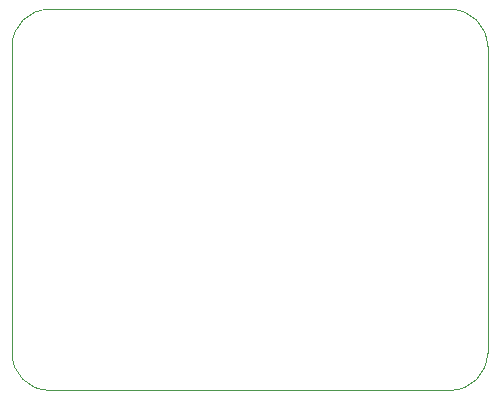
<source format=gbr>
%TF.GenerationSoftware,Altium Limited,Altium Designer,23.11.1 (41)*%
G04 Layer_Color=0*
%FSLAX45Y45*%
%MOMM*%
%TF.SameCoordinates,EE14C10C-1293-43E7-8F5D-FAE76E51A431*%
%TF.FilePolarity,Positive*%
%TF.FileFunction,Profile,NP*%
%TF.Part,Single*%
G01*
G75*
%TA.AperFunction,Profile*%
%ADD51C,0.02540*%
D51*
X7887262Y8406800D02*
Y11000000D01*
X7887262Y11000082D01*
D02*
G02*
X8200000Y11312738I312738J-82D01*
G01*
X11600000D01*
D02*
G02*
X11912738Y11000000I0J-312738D01*
G01*
Y8400000D01*
D02*
G02*
X11600000Y8087262I-312738J0D01*
G01*
X8200000D01*
D02*
G02*
X7887262Y8406800I0J312738D01*
G01*
%TF.MD5,0ee733061fb80e813881855b55c14741*%
M02*

</source>
